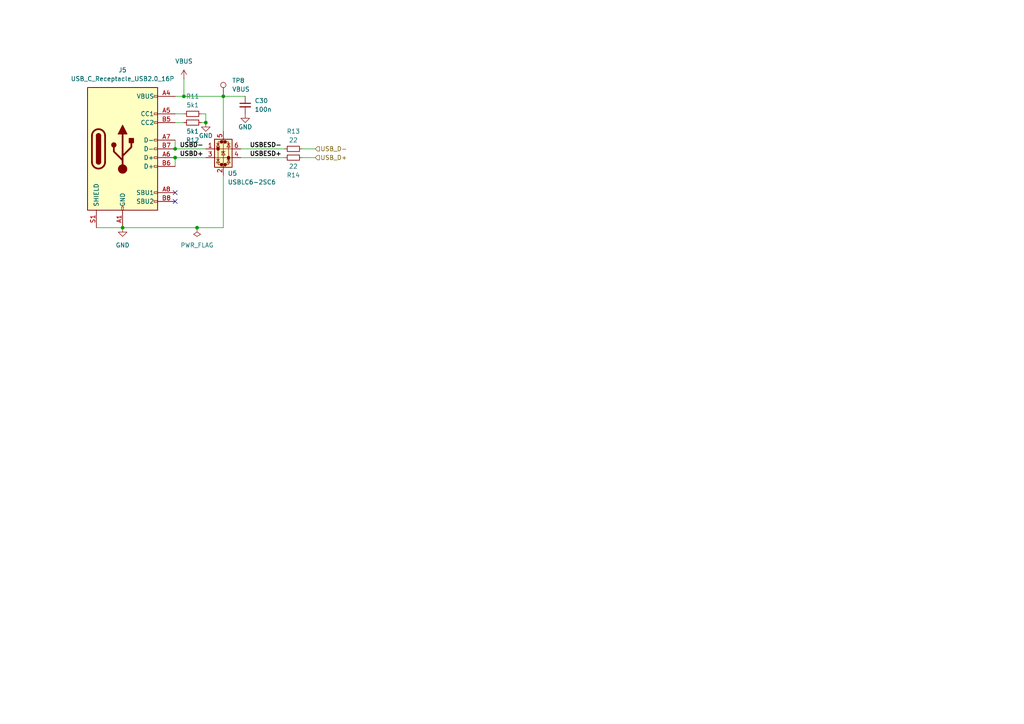
<source format=kicad_sch>
(kicad_sch (version 20231120) (generator "eeschema") (generator_version "8.0")
  (paper "A4")
  (lib_symbols
    (symbol "Connector:TestPoint" (pin_numbers hide) (pin_names (offset 0.762) hide)
      (property "Reference" "TP" (at 0 6.858 0))
      (property "Value" "TestPoint" (at 0 5.08 0))
      (symbol "TestPoint_0_1"
        (circle (center 0 3.302) (radius 0.762))
      )
      (symbol "TestPoint_1_1"
        (pin passive line (at 0 0 90) (length 2.54) (name "1") (number "1"))
      )
    )
    (symbol "Connector:USB_C_Receptacle_USB2.0_16P" (pin_names (offset 1.016))
      (property "Reference" "J" (at 0 22.225 0))
      (property "Value" "USB_C_Receptacle_USB2.0_16P" (at 0 19.685 0))
      (symbol "USB_C_Receptacle_USB2.0_16P_0_0"
        (rectangle (start -0.254 -17.78) (end 0.254 -16.764))
        (rectangle (start 10.16 -14.986) (end 9.144 -15.494))
        (rectangle (start 10.16 -12.446) (end 9.144 -12.954))
        (rectangle (start 10.16 -4.826) (end 9.144 -5.334))
        (rectangle (start 10.16 -2.286) (end 9.144 -2.794))
        (rectangle (start 10.16 0.254) (end 9.144 -0.254))
        (rectangle (start 10.16 2.794) (end 9.144 2.286))
        (rectangle (start 10.16 7.874) (end 9.144 7.366))
        (rectangle (start 10.16 10.414) (end 9.144 9.906))
        (rectangle (start 10.16 15.494) (end 9.144 14.986))
      )
      (symbol "USB_C_Receptacle_USB2.0_16P_0_1"
        (rectangle (start -10.16 17.78) (end 10.16 -17.78) (stroke (width 0.254)) (fill (type background)))
        (arc (start -8.89 -3.81) (mid -6.985 -5.7067) (end -5.08 -3.81) (stroke (width 0.508)))
        (arc (start -7.62 -3.81) (mid -6.985 -4.4423) (end -6.35 -3.81) (stroke (width 0.254)))
        (arc (start -7.62 -3.81) (mid -6.985 -4.4423) (end -6.35 -3.81) (stroke (width 0.254)) (fill (type outline)))
        (rectangle (start -7.62 -3.81) (end -6.35 3.81) (stroke (width 0.254)) (fill (type outline)))
        (arc (start -6.35 3.81) (mid -6.985 4.4423) (end -7.62 3.81) (stroke (width 0.254)))
        (arc (start -6.35 3.81) (mid -6.985 4.4423) (end -7.62 3.81) (stroke (width 0.254)) (fill (type outline)))
        (arc (start -5.08 3.81) (mid -6.985 5.7067) (end -8.89 3.81) (stroke (width 0.508)))
        (circle (center -2.54 1.143) (radius 0.635) (stroke (width 0.254)) (fill (type outline)))
        (circle (center 0 -5.842) (radius 1.27) (fill (type outline)))
        (polyline (pts (xy -8.89 -3.81) (xy -8.89 3.81)) (stroke (width 0.508)))
        (polyline (pts (xy -5.08 3.81) (xy -5.08 -3.81)) (stroke (width 0.508)))
        (polyline (pts (xy 0 -5.842) (xy 0 4.318)) (stroke (width 0.508)))
        (polyline (pts (xy 0 -3.302) (xy -2.54 -0.762) (xy -2.54 0.508)) (stroke (width 0.508)))
        (polyline (pts (xy 0 -2.032) (xy 2.54 0.508) (xy 2.54 1.778)) (stroke (width 0.508)))
        (polyline (pts (xy -1.27 4.318) (xy 0 6.858) (xy 1.27 4.318) (xy -1.27 4.318)) (stroke (width 0.254)) (fill (type outline)))
        (rectangle (start 1.905 1.778) (end 3.175 3.048) (stroke (width 0.254)) (fill (type outline)))
      )
      (symbol "USB_C_Receptacle_USB2.0_16P_1_1"
        (pin passive line (at 0 -22.86 90) (length 5.08) (name "GND") (number "A1"))
        (pin passive line (at 0 -22.86 90) (length 5.08) hide (name "GND") (number "A12"))
        (pin passive line (at 15.24 15.24 180) (length 5.08) (name "VBUS") (number "A4"))
        (pin bidirectional line (at 15.24 10.16 180) (length 5.08) (name "CC1") (number "A5"))
        (pin bidirectional line (at 15.24 -2.54 180) (length 5.08) (name "D+") (number "A6"))
        (pin bidirectional line (at 15.24 2.54 180) (length 5.08) (name "D-") (number "A7"))
        (pin bidirectional line (at 15.24 -12.7 180) (length 5.08) (name "SBU1") (number "A8"))
        (pin passive line (at 15.24 15.24 180) (length 5.08) hide (name "VBUS") (number "A9"))
        (pin passive line (at 0 -22.86 90) (length 5.08) hide (name "GND") (number "B1"))
        (pin passive line (at 0 -22.86 90) (length 5.08) hide (name "GND") (number "B12"))
        (pin passive line (at 15.24 15.24 180) (length 5.08) hide (name "VBUS") (number "B4"))
        (pin bidirectional line (at 15.24 7.62 180) (length 5.08) (name "CC2") (number "B5"))
        (pin bidirectional line (at 15.24 -5.08 180) (length 5.08) (name "D+") (number "B6"))
        (pin bidirectional line (at 15.24 0 180) (length 5.08) (name "D-") (number "B7"))
        (pin bidirectional line (at 15.24 -15.24 180) (length 5.08) (name "SBU2") (number "B8"))
        (pin passive line (at 15.24 15.24 180) (length 5.08) hide (name "VBUS") (number "B9"))
        (pin passive line (at -7.62 -22.86 90) (length 5.08) (name "SHIELD") (number "S1"))
      )
    )
    (symbol "Device:C_Small" (pin_numbers hide) (pin_names (offset 0.254) hide)
      (property "Reference" "C" (at 0.254 1.778 0))
      (property "Value" "C_Small" (at 0.254 -2.032 0))
      (symbol "C_Small_0_1"
        (polyline (pts (xy -1.524 -0.508) (xy 1.524 -0.508)) (stroke (width 0.3302)))
        (polyline (pts (xy -1.524 0.508) (xy 1.524 0.508)) (stroke (width 0.3048)))
      )
      (symbol "C_Small_1_1"
        (pin passive line (at 0 2.54 270) (length 2.032) (name "~") (number "1"))
        (pin passive line (at 0 -2.54 90) (length 2.032) (name "~") (number "2"))
      )
    )
    (symbol "Device:R_Small" (pin_numbers hide) (pin_names (offset 0.254) hide)
      (property "Reference" "R" (at 0.762 0.508 0))
      (property "Value" "R_Small" (at 0.762 -1.016 0))
      (symbol "R_Small_0_1"
        (rectangle (start -0.762 1.778) (end 0.762 -1.778) (stroke (width 0.2032)))
      )
      (symbol "R_Small_1_1"
        (pin passive line (at 0 2.54 270) (length 0.762) (name "~") (number "1"))
        (pin passive line (at 0 -2.54 90) (length 0.762) (name "~") (number "2"))
      )
    )
    (symbol "Power_Protection:USBLC6-2SC6" (pin_names hide)
      (property "Reference" "U" (at 0.635 5.715 0))
      (property "Value" "USBLC6-2SC6" (at 0.635 3.81 0))
      (symbol "USBLC6-2SC6_0_0"
        (circle (center -1.524 0) (radius 0.0001) (stroke (width 0.508)))
        (circle (center -0.508 -4.572) (radius 0.0001) (stroke (width 0.508)))
        (circle (center -0.508 2.032) (radius 0.0001) (stroke (width 0.508)))
        (circle (center 0.508 -4.572) (radius 0.0001) (stroke (width 0.508)))
        (circle (center 0.508 2.032) (radius 0.0001) (stroke (width 0.508)))
        (circle (center 1.524 -2.54) (radius 0.0001) (stroke (width 0.508)))
      )
      (symbol "USBLC6-2SC6_0_1"
        (polyline (pts (xy -2.54 -2.54) (xy 2.54 -2.54)))
        (polyline (pts (xy -2.54 0) (xy 2.54 0)))
        (polyline (pts (xy -2.032 -3.048) (xy -1.016 -3.048)))
        (polyline (pts (xy -1.016 1.524) (xy -2.032 1.524)))
        (polyline (pts (xy 1.016 -3.048) (xy 2.032 -3.048)))
        (polyline (pts (xy 1.016 1.524) (xy 2.032 1.524)))
        (polyline (pts (xy -0.508 -1.143) (xy -0.508 -0.762) (xy 0.508 -0.762)))
        (polyline (pts (xy -2.032 0.508) (xy -1.016 0.508) (xy -1.524 1.524) (xy -2.032 0.508)))
        (polyline (pts (xy -1.016 -4.064) (xy -2.032 -4.064) (xy -1.524 -3.048) (xy -1.016 -4.064)))
        (polyline (pts (xy 0.508 -1.778) (xy -0.508 -1.778) (xy 0 -0.762) (xy 0.508 -1.778)))
        (polyline (pts (xy 2.032 -4.064) (xy 1.016 -4.064) (xy 1.524 -3.048) (xy 2.032 -4.064)))
        (polyline (pts (xy 2.032 0.508) (xy 1.016 0.508) (xy 1.524 1.524) (xy 2.032 0.508)))
        (polyline (pts (xy 0 2.54) (xy -0.508 2.032) (xy 0.508 2.032) (xy 0 1.524) (xy 0 -4.064) (xy -0.508 -4.572) (xy 0.508 -4.572) (xy 0 -5.08)))
      )
      (symbol "USBLC6-2SC6_1_1"
        (rectangle (start -2.54 2.794) (end 2.54 -5.334) (stroke (width 0.254)) (fill (type background)))
        (polyline (pts (xy -0.508 2.032) (xy -1.524 2.032) (xy -1.524 -4.572) (xy -0.508 -4.572)))
        (polyline (pts (xy 0.508 -4.572) (xy 1.524 -4.572) (xy 1.524 2.032) (xy 0.508 2.032)))
        (pin passive line (at -5.08 0 0) (length 2.54) (name "I/O1") (number "1"))
        (pin passive line (at 0 -7.62 90) (length 2.54) (name "GND") (number "2"))
        (pin passive line (at -5.08 -2.54 0) (length 2.54) (name "I/O2") (number "3"))
        (pin passive line (at 5.08 -2.54 180) (length 2.54) (name "I/O2") (number "4"))
        (pin passive line (at 0 5.08 270) (length 2.54) (name "VBUS") (number "5"))
        (pin passive line (at 5.08 0 180) (length 2.54) (name "I/O1") (number "6"))
      )
    )
    (symbol "power:GND" (power) (pin_numbers hide) (pin_names (offset 0) hide)
      (property "Value" "GND" (at 0 -3.81 0))
      (symbol "GND_0_1"
        (polyline (pts (xy 0 0) (xy 0 -1.27) (xy 1.27 -1.27) (xy 0 -2.54) (xy -1.27 -1.27) (xy 0 -1.27)))
      )
      (symbol "GND_1_1"
        (pin power_in line (at 0 0 270) (length 0) (name "~") (number "1"))
      )
    )
    (symbol "power:PWR_FLAG" (power) (pin_numbers hide) (pin_names (offset 0) hide)
      (property "Value" "PWR_FLAG" (at 0 3.81 0))
      (symbol "PWR_FLAG_0_0"
        (pin power_out line (at 0 0 90) (length 0) (name "~") (number "1"))
      )
      (symbol "PWR_FLAG_0_1"
        (polyline (pts (xy 0 0) (xy 0 1.27) (xy -1.016 1.905) (xy 0 2.54) (xy 1.016 1.905) (xy 0 1.27)))
      )
    )
    (symbol "power:VBUS" (power) (pin_numbers hide) (pin_names (offset 0) hide)
      (property "Value" "VBUS" (at 0 3.556 0))
      (symbol "VBUS_0_1"
        (polyline (pts (xy -0.762 1.27) (xy 0 2.54)))
        (polyline (pts (xy 0 0) (xy 0 2.54)))
        (polyline (pts (xy 0 2.54) (xy 0.762 1.27)))
      )
      (symbol "VBUS_1_1"
        (pin power_in line (at 0 0 90) (length 0) (name "~") (number "1"))
      )
    )
  )
  (junction (at 35.56 66.04))
  (junction (at 50.8 45.72))
  (junction (at 57.15 66.04))
  (junction (at 50.8 43.18))
  (junction (at 64.77 27.94))
  (junction (at 53.34 27.94))
  (junction (at 59.69 35.56))
  (no_connect (at 50.8 55.88))
  (no_connect (at 50.8 58.42))
  (wire (pts (xy 53.34 22.86) (xy 53.34 27.94)))
  (wire (pts (xy 64.77 27.94) (xy 71.12 27.94)))
  (wire (pts (xy 53.34 33.02) (xy 50.8 33.02)))
  (wire (pts (xy 87.63 45.72) (xy 91.44 45.72)))
  (wire (pts (xy 64.77 27.94) (xy 64.77 38.1)))
  (wire (pts (xy 50.8 43.18) (xy 59.69 43.18)))
  (wire (pts (xy 64.77 50.8) (xy 64.77 66.04)))
  (wire (pts (xy 50.8 45.72) (xy 50.8 48.26)))
  (wire (pts (xy 57.15 66.04) (xy 64.77 66.04)))
  (wire (pts (xy 58.42 35.56) (xy 59.69 35.56)))
  (wire (pts (xy 53.34 27.94) (xy 50.8 27.94)))
  (wire (pts (xy 53.34 27.94) (xy 64.77 27.94)))
  (wire (pts (xy 27.94 66.04) (xy 35.56 66.04)))
  (wire (pts (xy 82.55 43.18) (xy 69.85 43.18)))
  (wire (pts (xy 59.69 33.02) (xy 59.69 35.56)))
  (wire (pts (xy 50.8 40.64) (xy 50.8 43.18)))
  (wire (pts (xy 87.63 43.18) (xy 91.44 43.18)))
  (wire (pts (xy 58.42 33.02) (xy 59.69 33.02)))
  (wire (pts (xy 82.55 45.72) (xy 69.85 45.72)))
  (wire (pts (xy 50.8 45.72) (xy 59.69 45.72)))
  (wire (pts (xy 35.56 66.04) (xy 57.15 66.04)))
  (wire (pts (xy 53.34 35.56) (xy 50.8 35.56)))
  (label "USBD+" (at 52.07 45.72 0) (effects (font (bold yes))))
  (label "USBESD+" (at 72.39 45.72 0) (effects (font (bold yes))))
  (label "USBESD-" (at 72.39 43.18 0) (effects (font (bold yes))))
  (label "USBD-" (at 52.07 43.18 0) (effects (font (bold yes))))
  (hierarchical_label "USB_D-" (shape input) (at 91.44 43.18 0))
  (hierarchical_label "USB_D+" (shape input) (at 91.44 45.72 0))
  (symbol (lib_id "Device:R_Small") (at 85.09 43.18 90) (unit 1)
    (property "Reference" "R13" (at 85.09 38.1 90))
    (property "Value" "22" (at 85.09 40.64 90))
    (property "Footprint" "Resistor_SMD:R_0402_1005Metric" (effects (hide yes)))
    (property "Description" "Resistor, small symbol" (effects (hide yes)))
    (property "LCSC" "C25092" (effects (hide yes)))
  )
  (symbol (lib_id "Connector:TestPoint") (at 64.77 27.94 0) (unit 1)
    (property "Reference" "TP8" (at 67.31 23.3679 0) (effects (justify left)))
    (property "Value" "VBUS" (at 67.31 25.9079 0) (effects (justify left)))
    (property "Footprint" "TestPoint:TestPoint_Pad_D1.0mm" (effects (hide yes)))
    (property "Description" "test point" (effects (hide yes)))
  )
  (symbol (lib_id "power:GND") (at 59.69 35.56 0) (unit 1)
    (property "Reference" "#PWR032" (effects (hide yes)))
    (property "Value" "GND" (at 59.69 39.37 0))
    (property "Description" "Power symbol creates a global label with name \"GND\" , ground" (effects (hide yes)))
  )
  (symbol (lib_id "Device:R_Small") (at 85.09 45.72 90) (mirror x) (unit 1)
    (property "Reference" "R14" (at 85.09 50.8 90))
    (property "Value" "22" (at 85.09 48.26 90))
    (property "Footprint" "Resistor_SMD:R_0402_1005Metric" (effects (hide yes)))
    (property "Description" "Resistor, small symbol" (effects (hide yes)))
    (property "LCSC" "C25092" (effects (hide yes)))
  )
  (symbol (lib_id "Device:R_Small") (at 55.88 33.02 90) (unit 1)
    (property "Reference" "R11" (at 55.88 27.94 90))
    (property "Value" "5k1" (at 55.88 30.48 90))
    (property "Footprint" "Resistor_SMD:R_0402_1005Metric" (effects (hide yes)))
    (property "Description" "Resistor, small symbol" (effects (hide yes)))
    (property "LCSC" "C25905" (effects (hide yes)))
  )
  (symbol (lib_id "Power_Protection:USBLC6-2SC6") (at 64.77 43.18 0) (unit 1)
    (property "Reference" "U5" (at 66.04 50.292 0) (effects (justify left)))
    (property "Value" "USBLC6-2SC6" (at 66.04 52.832 0) (effects (justify left)))
    (property "Footprint" "Package_TO_SOT_SMD:SOT-23-6" (effects (hide yes)))
    (property "Datasheet" "https://www.st.com/resource/en/datasheet/usblc6-2.pdf" (effects (hide yes)))
    (property "Description" "Very low capacitance ESD protection diode, 2 data-line, SOT-23-6" (effects (hide yes)))
    (property "LCSC" "C7519" (effects (hide yes)))
  )
  (symbol (lib_id "power:GND") (at 35.56 66.04 0) (unit 1)
    (property "Reference" "#PWR030" (effects (hide yes)))
    (property "Value" "GND" (at 35.56 71.12 0))
    (property "Description" "Power symbol creates a global label with name \"GND\" , ground" (effects (hide yes)))
  )
  (symbol (lib_id "power:GND") (at 71.12 33.02 0) (unit 1)
    (property "Reference" "#PWR059" (effects (hide yes)))
    (property "Value" "GND" (at 71.12 36.83 0))
    (property "Description" "Power symbol creates a global label with name \"GND\" , ground" (effects (hide yes)))
  )
  (symbol (lib_id "Connector:USB_C_Receptacle_USB2.0_16P") (at 35.56 43.18 0) (unit 1)
    (property "Reference" "J5" (at 35.56 20.32 0))
    (property "Value" "USB_C_Receptacle_USB2.0_16P" (at 35.56 22.86 0))
    (property "Footprint" "Connector_USB:USB_C_Receptacle_HRO_TYPE-C-31-M-12" (effects (hide yes)))
    (property "Datasheet" "https://www.usb.org/sites/default/files/documents/usb_type-c.zip" (effects (hide yes)))
    (property "Description" "USB 2.0-only 16P Type-C Receptacle connector" (effects (hide yes)))
    (property "LCSC" "C393939" (effects (hide yes)))
  )
  (symbol (lib_id "power:PWR_FLAG") (at 57.15 66.04 180) (unit 1)
    (property "Reference" "#FLG02" (effects (hide yes)))
    (property "Value" "PWR_FLAG" (at 57.15 71.12 0))
    (property "Description" "Special symbol for telling ERC where power comes from" (effects (hide yes)))
  )
  (symbol (lib_id "power:VBUS") (at 53.34 22.86 0) (unit 1)
    (property "Reference" "#PWR031" (effects (hide yes)))
    (property "Value" "VBUS" (at 53.34 17.78 0))
    (property "Description" "Power symbol creates a global label with name \"VBUS\"" (effects (hide yes)))
  )
  (symbol (lib_id "Device:R_Small") (at 55.88 35.56 90) (mirror x) (unit 1)
    (property "Reference" "R12" (at 55.88 40.64 90))
    (property "Value" "5k1" (at 55.88 38.1 90))
    (property "Footprint" "Resistor_SMD:R_0402_1005Metric" (effects (hide yes)))
    (property "Description" "Resistor, small symbol" (effects (hide yes)))
    (property "LCSC" "C25905" (effects (hide yes)))
  )
  (symbol (lib_id "Device:C_Small") (at 71.12 30.48 0) (unit 1)
    (property "Reference" "C30" (at 73.8421 29.2162 0) (effects (justify left)))
    (property "Value" "100n" (at 73.8421 31.7562 0) (effects (justify left)))
    (property "Footprint" "Capacitor_SMD:C_0402_1005Metric" (effects (hide yes)))
    (property "Description" "Unpolarized capacitor, small symbol" (effects (hide yes)))
    (property "LCSC" "C1525" (effects (hide yes)))
  )
)
</source>
